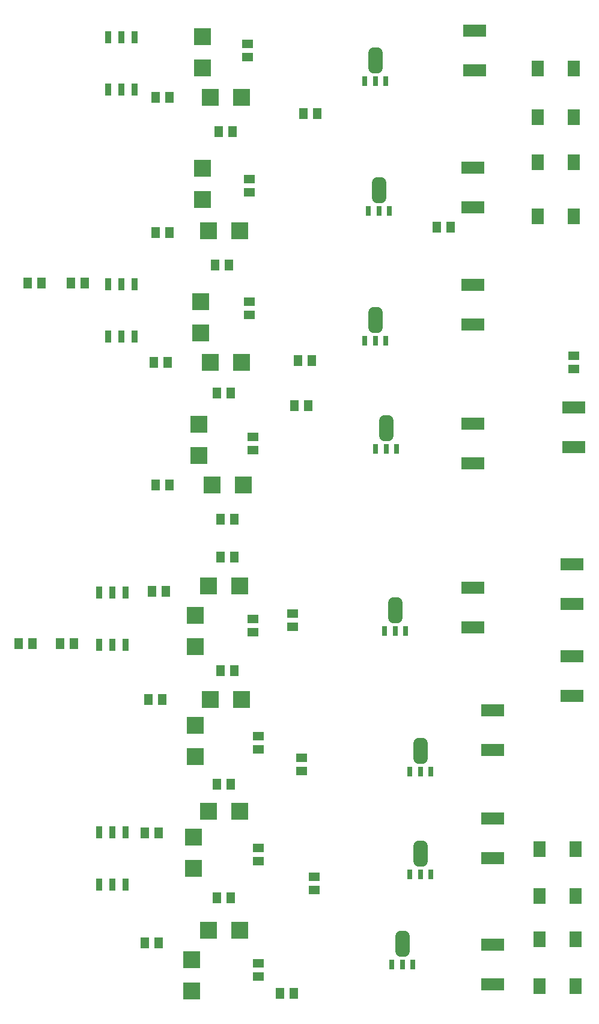
<source format=gtp>
G75*
%MOIN*%
%OFA0B0*%
%FSLAX25Y25*%
%IPPOS*%
%LPD*%
%AMOC8*
5,1,8,0,0,1.08239X$1,22.5*
%
%ADD10R,0.05118X0.05906*%
%ADD11R,0.03500X0.06600*%
%ADD12R,0.12598X0.07087*%
%ADD13R,0.09449X0.09449*%
%ADD14R,0.05906X0.05118*%
%ADD15R,0.07087X0.08661*%
%ADD16R,0.03150X0.05512*%
%ADD17C,0.06000*%
D10*
X0221060Y0081800D03*
X0228540Y0081800D03*
X0261060Y0106800D03*
X0268540Y0106800D03*
X0228540Y0142800D03*
X0221060Y0142800D03*
X0261060Y0169800D03*
X0268540Y0169800D03*
X0230540Y0216800D03*
X0223060Y0216800D03*
X0181540Y0247800D03*
X0174060Y0247800D03*
X0158540Y0247800D03*
X0151060Y0247800D03*
X0225060Y0276800D03*
X0232540Y0276800D03*
X0263060Y0295800D03*
X0270540Y0295800D03*
X0270540Y0316800D03*
X0263060Y0316800D03*
X0234540Y0335800D03*
X0227060Y0335800D03*
X0261060Y0386800D03*
X0268540Y0386800D03*
X0304060Y0379800D03*
X0311540Y0379800D03*
X0313540Y0404800D03*
X0306060Y0404800D03*
X0267540Y0457800D03*
X0260060Y0457800D03*
X0234540Y0475800D03*
X0227060Y0475800D03*
X0187540Y0447800D03*
X0180060Y0447800D03*
X0163540Y0447800D03*
X0156060Y0447800D03*
X0226060Y0403800D03*
X0233540Y0403800D03*
X0383060Y0478800D03*
X0390540Y0478800D03*
X0316540Y0541800D03*
X0309060Y0541800D03*
X0269540Y0531800D03*
X0262060Y0531800D03*
X0234540Y0550800D03*
X0227060Y0550800D03*
X0263060Y0232800D03*
X0270540Y0232800D03*
X0296060Y0053800D03*
X0303540Y0053800D03*
D11*
X0195500Y0114250D03*
X0202800Y0114250D03*
X0210100Y0114250D03*
X0210100Y0143350D03*
X0202800Y0143350D03*
X0195500Y0143350D03*
X0195500Y0247250D03*
X0202800Y0247250D03*
X0210100Y0247250D03*
X0210100Y0276350D03*
X0202800Y0276350D03*
X0195500Y0276350D03*
X0200500Y0418250D03*
X0207800Y0418250D03*
X0215100Y0418250D03*
X0215100Y0447350D03*
X0207800Y0447350D03*
X0200500Y0447350D03*
X0200500Y0555250D03*
X0207800Y0555250D03*
X0215100Y0555250D03*
X0215100Y0584350D03*
X0207800Y0584350D03*
X0200500Y0584350D03*
D12*
X0403800Y0587824D03*
X0403800Y0565776D03*
X0402800Y0511824D03*
X0402800Y0489776D03*
X0402800Y0446824D03*
X0402800Y0424776D03*
X0458800Y0378824D03*
X0458800Y0356776D03*
X0402800Y0347776D03*
X0402800Y0369824D03*
X0457800Y0291824D03*
X0457800Y0269776D03*
X0457800Y0240824D03*
X0457800Y0218776D03*
X0413800Y0210824D03*
X0413800Y0188776D03*
X0413800Y0150824D03*
X0413800Y0128776D03*
X0413800Y0080824D03*
X0413800Y0058776D03*
X0402800Y0256776D03*
X0402800Y0278824D03*
D13*
X0273461Y0279800D03*
X0256139Y0279800D03*
X0248800Y0263461D03*
X0248800Y0246139D03*
X0257139Y0216800D03*
X0248800Y0202461D03*
X0248800Y0185139D03*
X0256139Y0154800D03*
X0247800Y0140461D03*
X0247800Y0123139D03*
X0273461Y0154800D03*
X0274461Y0216800D03*
X0275461Y0335800D03*
X0258139Y0335800D03*
X0250800Y0352139D03*
X0250800Y0369461D03*
X0257139Y0403800D03*
X0251800Y0420139D03*
X0274461Y0403800D03*
X0251800Y0437461D03*
X0256139Y0476800D03*
X0273461Y0476800D03*
X0252800Y0494139D03*
X0252800Y0511461D03*
X0257139Y0550800D03*
X0252800Y0567139D03*
X0252800Y0584461D03*
X0274461Y0550800D03*
X0273461Y0088800D03*
X0256139Y0088800D03*
X0246800Y0072461D03*
X0246800Y0055139D03*
D14*
X0283800Y0063060D03*
X0283800Y0070540D03*
X0314800Y0111060D03*
X0314800Y0118540D03*
X0283800Y0127060D03*
X0283800Y0134540D03*
X0307800Y0177060D03*
X0307800Y0184540D03*
X0283800Y0189060D03*
X0283800Y0196540D03*
X0280800Y0254060D03*
X0280800Y0261540D03*
X0302800Y0264540D03*
X0302800Y0257060D03*
X0280800Y0355060D03*
X0280800Y0362540D03*
X0278800Y0430060D03*
X0278800Y0437540D03*
X0278800Y0498060D03*
X0278800Y0505540D03*
X0277800Y0573060D03*
X0277800Y0580540D03*
X0458800Y0407540D03*
X0458800Y0400060D03*
D15*
X0458839Y0484800D03*
X0438761Y0484800D03*
X0438761Y0514800D03*
X0458839Y0514800D03*
X0458839Y0539800D03*
X0438761Y0539800D03*
X0438761Y0566800D03*
X0458839Y0566800D03*
X0459839Y0133800D03*
X0439761Y0133800D03*
X0439761Y0107800D03*
X0459839Y0107800D03*
X0459839Y0083800D03*
X0439761Y0083800D03*
X0439761Y0057800D03*
X0459839Y0057800D03*
D16*
X0379702Y0120001D03*
X0373800Y0120005D03*
X0367898Y0120001D03*
X0369702Y0070001D03*
X0363800Y0070005D03*
X0357898Y0070001D03*
X0367898Y0177001D03*
X0373800Y0177005D03*
X0379702Y0177001D03*
X0365702Y0255001D03*
X0359800Y0255005D03*
X0353898Y0255001D03*
X0354800Y0356005D03*
X0360702Y0356001D03*
X0348898Y0356001D03*
X0348800Y0416005D03*
X0342898Y0416001D03*
X0354702Y0416001D03*
X0356702Y0488001D03*
X0350800Y0488005D03*
X0344898Y0488001D03*
X0342898Y0560001D03*
X0348800Y0560005D03*
X0354702Y0560001D03*
D17*
X0349800Y0567316D02*
X0347800Y0567316D01*
X0347800Y0575686D01*
X0349800Y0575686D01*
X0349800Y0567316D01*
X0349800Y0573315D02*
X0347800Y0573315D01*
X0349800Y0495316D02*
X0351800Y0495316D01*
X0349800Y0495316D02*
X0349800Y0503686D01*
X0351800Y0503686D01*
X0351800Y0495316D01*
X0351800Y0501315D02*
X0349800Y0501315D01*
X0349800Y0423316D02*
X0347800Y0423316D01*
X0347800Y0431686D01*
X0349800Y0431686D01*
X0349800Y0423316D01*
X0349800Y0429315D02*
X0347800Y0429315D01*
X0353800Y0363316D02*
X0355800Y0363316D01*
X0353800Y0363316D02*
X0353800Y0371686D01*
X0355800Y0371686D01*
X0355800Y0363316D01*
X0355800Y0369315D02*
X0353800Y0369315D01*
X0358800Y0262316D02*
X0360800Y0262316D01*
X0358800Y0262316D02*
X0358800Y0270686D01*
X0360800Y0270686D01*
X0360800Y0262316D01*
X0360800Y0268315D02*
X0358800Y0268315D01*
X0372800Y0184316D02*
X0374800Y0184316D01*
X0372800Y0184316D02*
X0372800Y0192686D01*
X0374800Y0192686D01*
X0374800Y0184316D01*
X0374800Y0190315D02*
X0372800Y0190315D01*
X0372800Y0127316D02*
X0374800Y0127316D01*
X0372800Y0127316D02*
X0372800Y0135686D01*
X0374800Y0135686D01*
X0374800Y0127316D01*
X0374800Y0133315D02*
X0372800Y0133315D01*
X0364800Y0077316D02*
X0362800Y0077316D01*
X0362800Y0085686D01*
X0364800Y0085686D01*
X0364800Y0077316D01*
X0364800Y0083315D02*
X0362800Y0083315D01*
M02*

</source>
